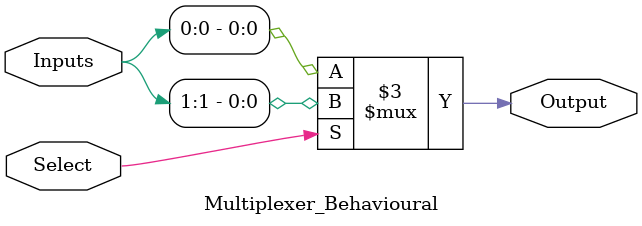
<source format=v>
`timescale 1ns / 1ps


module Multiplexer_Behavioural(
    input [1:0] Inputs,
    input Select,
    output reg Output
    );
    
    always @ (*)
    if (Select)
        Output = Inputs[1];
    else
        Output = Inputs[0];
    
endmodule

</source>
